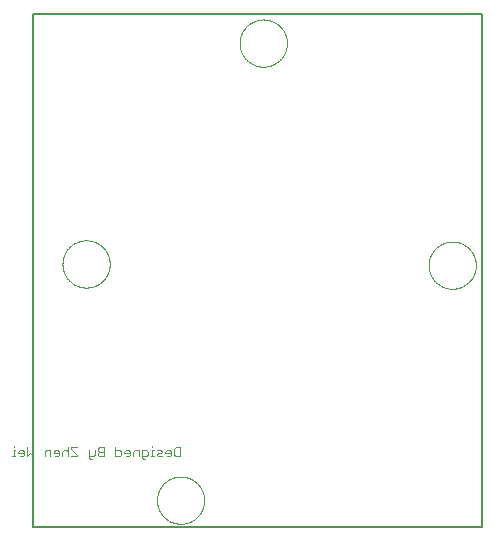
<source format=gbo>
G75*
%MOIN*%
%OFA0B0*%
%FSLAX25Y25*%
%IPPOS*%
%LPD*%
%AMOC8*
5,1,8,0,0,1.08239X$1,22.5*
%
%ADD10C,0.00500*%
%ADD11C,0.00000*%
%ADD12C,0.00300*%
D10*
X0014113Y0032580D02*
X0014113Y0203840D01*
X0163719Y0203840D01*
X0163719Y0032580D01*
X0014113Y0032580D01*
D11*
X0055452Y0041635D02*
X0055454Y0041828D01*
X0055461Y0042021D01*
X0055473Y0042214D01*
X0055490Y0042407D01*
X0055511Y0042599D01*
X0055537Y0042790D01*
X0055568Y0042981D01*
X0055603Y0043171D01*
X0055643Y0043360D01*
X0055688Y0043548D01*
X0055737Y0043735D01*
X0055791Y0043921D01*
X0055849Y0044105D01*
X0055912Y0044288D01*
X0055980Y0044469D01*
X0056051Y0044648D01*
X0056128Y0044826D01*
X0056208Y0045002D01*
X0056293Y0045175D01*
X0056382Y0045347D01*
X0056475Y0045516D01*
X0056572Y0045683D01*
X0056674Y0045848D01*
X0056779Y0046010D01*
X0056888Y0046169D01*
X0057002Y0046326D01*
X0057119Y0046479D01*
X0057239Y0046630D01*
X0057364Y0046778D01*
X0057492Y0046923D01*
X0057623Y0047064D01*
X0057758Y0047203D01*
X0057897Y0047338D01*
X0058038Y0047469D01*
X0058183Y0047597D01*
X0058331Y0047722D01*
X0058482Y0047842D01*
X0058635Y0047959D01*
X0058792Y0048073D01*
X0058951Y0048182D01*
X0059113Y0048287D01*
X0059278Y0048389D01*
X0059445Y0048486D01*
X0059614Y0048579D01*
X0059786Y0048668D01*
X0059959Y0048753D01*
X0060135Y0048833D01*
X0060313Y0048910D01*
X0060492Y0048981D01*
X0060673Y0049049D01*
X0060856Y0049112D01*
X0061040Y0049170D01*
X0061226Y0049224D01*
X0061413Y0049273D01*
X0061601Y0049318D01*
X0061790Y0049358D01*
X0061980Y0049393D01*
X0062171Y0049424D01*
X0062362Y0049450D01*
X0062554Y0049471D01*
X0062747Y0049488D01*
X0062940Y0049500D01*
X0063133Y0049507D01*
X0063326Y0049509D01*
X0063519Y0049507D01*
X0063712Y0049500D01*
X0063905Y0049488D01*
X0064098Y0049471D01*
X0064290Y0049450D01*
X0064481Y0049424D01*
X0064672Y0049393D01*
X0064862Y0049358D01*
X0065051Y0049318D01*
X0065239Y0049273D01*
X0065426Y0049224D01*
X0065612Y0049170D01*
X0065796Y0049112D01*
X0065979Y0049049D01*
X0066160Y0048981D01*
X0066339Y0048910D01*
X0066517Y0048833D01*
X0066693Y0048753D01*
X0066866Y0048668D01*
X0067038Y0048579D01*
X0067207Y0048486D01*
X0067374Y0048389D01*
X0067539Y0048287D01*
X0067701Y0048182D01*
X0067860Y0048073D01*
X0068017Y0047959D01*
X0068170Y0047842D01*
X0068321Y0047722D01*
X0068469Y0047597D01*
X0068614Y0047469D01*
X0068755Y0047338D01*
X0068894Y0047203D01*
X0069029Y0047064D01*
X0069160Y0046923D01*
X0069288Y0046778D01*
X0069413Y0046630D01*
X0069533Y0046479D01*
X0069650Y0046326D01*
X0069764Y0046169D01*
X0069873Y0046010D01*
X0069978Y0045848D01*
X0070080Y0045683D01*
X0070177Y0045516D01*
X0070270Y0045347D01*
X0070359Y0045175D01*
X0070444Y0045002D01*
X0070524Y0044826D01*
X0070601Y0044648D01*
X0070672Y0044469D01*
X0070740Y0044288D01*
X0070803Y0044105D01*
X0070861Y0043921D01*
X0070915Y0043735D01*
X0070964Y0043548D01*
X0071009Y0043360D01*
X0071049Y0043171D01*
X0071084Y0042981D01*
X0071115Y0042790D01*
X0071141Y0042599D01*
X0071162Y0042407D01*
X0071179Y0042214D01*
X0071191Y0042021D01*
X0071198Y0041828D01*
X0071200Y0041635D01*
X0071198Y0041442D01*
X0071191Y0041249D01*
X0071179Y0041056D01*
X0071162Y0040863D01*
X0071141Y0040671D01*
X0071115Y0040480D01*
X0071084Y0040289D01*
X0071049Y0040099D01*
X0071009Y0039910D01*
X0070964Y0039722D01*
X0070915Y0039535D01*
X0070861Y0039349D01*
X0070803Y0039165D01*
X0070740Y0038982D01*
X0070672Y0038801D01*
X0070601Y0038622D01*
X0070524Y0038444D01*
X0070444Y0038268D01*
X0070359Y0038095D01*
X0070270Y0037923D01*
X0070177Y0037754D01*
X0070080Y0037587D01*
X0069978Y0037422D01*
X0069873Y0037260D01*
X0069764Y0037101D01*
X0069650Y0036944D01*
X0069533Y0036791D01*
X0069413Y0036640D01*
X0069288Y0036492D01*
X0069160Y0036347D01*
X0069029Y0036206D01*
X0068894Y0036067D01*
X0068755Y0035932D01*
X0068614Y0035801D01*
X0068469Y0035673D01*
X0068321Y0035548D01*
X0068170Y0035428D01*
X0068017Y0035311D01*
X0067860Y0035197D01*
X0067701Y0035088D01*
X0067539Y0034983D01*
X0067374Y0034881D01*
X0067207Y0034784D01*
X0067038Y0034691D01*
X0066866Y0034602D01*
X0066693Y0034517D01*
X0066517Y0034437D01*
X0066339Y0034360D01*
X0066160Y0034289D01*
X0065979Y0034221D01*
X0065796Y0034158D01*
X0065612Y0034100D01*
X0065426Y0034046D01*
X0065239Y0033997D01*
X0065051Y0033952D01*
X0064862Y0033912D01*
X0064672Y0033877D01*
X0064481Y0033846D01*
X0064290Y0033820D01*
X0064098Y0033799D01*
X0063905Y0033782D01*
X0063712Y0033770D01*
X0063519Y0033763D01*
X0063326Y0033761D01*
X0063133Y0033763D01*
X0062940Y0033770D01*
X0062747Y0033782D01*
X0062554Y0033799D01*
X0062362Y0033820D01*
X0062171Y0033846D01*
X0061980Y0033877D01*
X0061790Y0033912D01*
X0061601Y0033952D01*
X0061413Y0033997D01*
X0061226Y0034046D01*
X0061040Y0034100D01*
X0060856Y0034158D01*
X0060673Y0034221D01*
X0060492Y0034289D01*
X0060313Y0034360D01*
X0060135Y0034437D01*
X0059959Y0034517D01*
X0059786Y0034602D01*
X0059614Y0034691D01*
X0059445Y0034784D01*
X0059278Y0034881D01*
X0059113Y0034983D01*
X0058951Y0035088D01*
X0058792Y0035197D01*
X0058635Y0035311D01*
X0058482Y0035428D01*
X0058331Y0035548D01*
X0058183Y0035673D01*
X0058038Y0035801D01*
X0057897Y0035932D01*
X0057758Y0036067D01*
X0057623Y0036206D01*
X0057492Y0036347D01*
X0057364Y0036492D01*
X0057239Y0036640D01*
X0057119Y0036791D01*
X0057002Y0036944D01*
X0056888Y0037101D01*
X0056779Y0037260D01*
X0056674Y0037422D01*
X0056572Y0037587D01*
X0056475Y0037754D01*
X0056382Y0037923D01*
X0056293Y0038095D01*
X0056208Y0038268D01*
X0056128Y0038444D01*
X0056051Y0038622D01*
X0055980Y0038801D01*
X0055912Y0038982D01*
X0055849Y0039165D01*
X0055791Y0039349D01*
X0055737Y0039535D01*
X0055688Y0039722D01*
X0055643Y0039910D01*
X0055603Y0040099D01*
X0055568Y0040289D01*
X0055537Y0040480D01*
X0055511Y0040671D01*
X0055490Y0040863D01*
X0055473Y0041056D01*
X0055461Y0041249D01*
X0055454Y0041442D01*
X0055452Y0041635D01*
X0023956Y0120376D02*
X0023958Y0120569D01*
X0023965Y0120762D01*
X0023977Y0120955D01*
X0023994Y0121148D01*
X0024015Y0121340D01*
X0024041Y0121531D01*
X0024072Y0121722D01*
X0024107Y0121912D01*
X0024147Y0122101D01*
X0024192Y0122289D01*
X0024241Y0122476D01*
X0024295Y0122662D01*
X0024353Y0122846D01*
X0024416Y0123029D01*
X0024484Y0123210D01*
X0024555Y0123389D01*
X0024632Y0123567D01*
X0024712Y0123743D01*
X0024797Y0123916D01*
X0024886Y0124088D01*
X0024979Y0124257D01*
X0025076Y0124424D01*
X0025178Y0124589D01*
X0025283Y0124751D01*
X0025392Y0124910D01*
X0025506Y0125067D01*
X0025623Y0125220D01*
X0025743Y0125371D01*
X0025868Y0125519D01*
X0025996Y0125664D01*
X0026127Y0125805D01*
X0026262Y0125944D01*
X0026401Y0126079D01*
X0026542Y0126210D01*
X0026687Y0126338D01*
X0026835Y0126463D01*
X0026986Y0126583D01*
X0027139Y0126700D01*
X0027296Y0126814D01*
X0027455Y0126923D01*
X0027617Y0127028D01*
X0027782Y0127130D01*
X0027949Y0127227D01*
X0028118Y0127320D01*
X0028290Y0127409D01*
X0028463Y0127494D01*
X0028639Y0127574D01*
X0028817Y0127651D01*
X0028996Y0127722D01*
X0029177Y0127790D01*
X0029360Y0127853D01*
X0029544Y0127911D01*
X0029730Y0127965D01*
X0029917Y0128014D01*
X0030105Y0128059D01*
X0030294Y0128099D01*
X0030484Y0128134D01*
X0030675Y0128165D01*
X0030866Y0128191D01*
X0031058Y0128212D01*
X0031251Y0128229D01*
X0031444Y0128241D01*
X0031637Y0128248D01*
X0031830Y0128250D01*
X0032023Y0128248D01*
X0032216Y0128241D01*
X0032409Y0128229D01*
X0032602Y0128212D01*
X0032794Y0128191D01*
X0032985Y0128165D01*
X0033176Y0128134D01*
X0033366Y0128099D01*
X0033555Y0128059D01*
X0033743Y0128014D01*
X0033930Y0127965D01*
X0034116Y0127911D01*
X0034300Y0127853D01*
X0034483Y0127790D01*
X0034664Y0127722D01*
X0034843Y0127651D01*
X0035021Y0127574D01*
X0035197Y0127494D01*
X0035370Y0127409D01*
X0035542Y0127320D01*
X0035711Y0127227D01*
X0035878Y0127130D01*
X0036043Y0127028D01*
X0036205Y0126923D01*
X0036364Y0126814D01*
X0036521Y0126700D01*
X0036674Y0126583D01*
X0036825Y0126463D01*
X0036973Y0126338D01*
X0037118Y0126210D01*
X0037259Y0126079D01*
X0037398Y0125944D01*
X0037533Y0125805D01*
X0037664Y0125664D01*
X0037792Y0125519D01*
X0037917Y0125371D01*
X0038037Y0125220D01*
X0038154Y0125067D01*
X0038268Y0124910D01*
X0038377Y0124751D01*
X0038482Y0124589D01*
X0038584Y0124424D01*
X0038681Y0124257D01*
X0038774Y0124088D01*
X0038863Y0123916D01*
X0038948Y0123743D01*
X0039028Y0123567D01*
X0039105Y0123389D01*
X0039176Y0123210D01*
X0039244Y0123029D01*
X0039307Y0122846D01*
X0039365Y0122662D01*
X0039419Y0122476D01*
X0039468Y0122289D01*
X0039513Y0122101D01*
X0039553Y0121912D01*
X0039588Y0121722D01*
X0039619Y0121531D01*
X0039645Y0121340D01*
X0039666Y0121148D01*
X0039683Y0120955D01*
X0039695Y0120762D01*
X0039702Y0120569D01*
X0039704Y0120376D01*
X0039702Y0120183D01*
X0039695Y0119990D01*
X0039683Y0119797D01*
X0039666Y0119604D01*
X0039645Y0119412D01*
X0039619Y0119221D01*
X0039588Y0119030D01*
X0039553Y0118840D01*
X0039513Y0118651D01*
X0039468Y0118463D01*
X0039419Y0118276D01*
X0039365Y0118090D01*
X0039307Y0117906D01*
X0039244Y0117723D01*
X0039176Y0117542D01*
X0039105Y0117363D01*
X0039028Y0117185D01*
X0038948Y0117009D01*
X0038863Y0116836D01*
X0038774Y0116664D01*
X0038681Y0116495D01*
X0038584Y0116328D01*
X0038482Y0116163D01*
X0038377Y0116001D01*
X0038268Y0115842D01*
X0038154Y0115685D01*
X0038037Y0115532D01*
X0037917Y0115381D01*
X0037792Y0115233D01*
X0037664Y0115088D01*
X0037533Y0114947D01*
X0037398Y0114808D01*
X0037259Y0114673D01*
X0037118Y0114542D01*
X0036973Y0114414D01*
X0036825Y0114289D01*
X0036674Y0114169D01*
X0036521Y0114052D01*
X0036364Y0113938D01*
X0036205Y0113829D01*
X0036043Y0113724D01*
X0035878Y0113622D01*
X0035711Y0113525D01*
X0035542Y0113432D01*
X0035370Y0113343D01*
X0035197Y0113258D01*
X0035021Y0113178D01*
X0034843Y0113101D01*
X0034664Y0113030D01*
X0034483Y0112962D01*
X0034300Y0112899D01*
X0034116Y0112841D01*
X0033930Y0112787D01*
X0033743Y0112738D01*
X0033555Y0112693D01*
X0033366Y0112653D01*
X0033176Y0112618D01*
X0032985Y0112587D01*
X0032794Y0112561D01*
X0032602Y0112540D01*
X0032409Y0112523D01*
X0032216Y0112511D01*
X0032023Y0112504D01*
X0031830Y0112502D01*
X0031637Y0112504D01*
X0031444Y0112511D01*
X0031251Y0112523D01*
X0031058Y0112540D01*
X0030866Y0112561D01*
X0030675Y0112587D01*
X0030484Y0112618D01*
X0030294Y0112653D01*
X0030105Y0112693D01*
X0029917Y0112738D01*
X0029730Y0112787D01*
X0029544Y0112841D01*
X0029360Y0112899D01*
X0029177Y0112962D01*
X0028996Y0113030D01*
X0028817Y0113101D01*
X0028639Y0113178D01*
X0028463Y0113258D01*
X0028290Y0113343D01*
X0028118Y0113432D01*
X0027949Y0113525D01*
X0027782Y0113622D01*
X0027617Y0113724D01*
X0027455Y0113829D01*
X0027296Y0113938D01*
X0027139Y0114052D01*
X0026986Y0114169D01*
X0026835Y0114289D01*
X0026687Y0114414D01*
X0026542Y0114542D01*
X0026401Y0114673D01*
X0026262Y0114808D01*
X0026127Y0114947D01*
X0025996Y0115088D01*
X0025868Y0115233D01*
X0025743Y0115381D01*
X0025623Y0115532D01*
X0025506Y0115685D01*
X0025392Y0115842D01*
X0025283Y0116001D01*
X0025178Y0116163D01*
X0025076Y0116328D01*
X0024979Y0116495D01*
X0024886Y0116664D01*
X0024797Y0116836D01*
X0024712Y0117009D01*
X0024632Y0117185D01*
X0024555Y0117363D01*
X0024484Y0117542D01*
X0024416Y0117723D01*
X0024353Y0117906D01*
X0024295Y0118090D01*
X0024241Y0118276D01*
X0024192Y0118463D01*
X0024147Y0118651D01*
X0024107Y0118840D01*
X0024072Y0119030D01*
X0024041Y0119221D01*
X0024015Y0119412D01*
X0023994Y0119604D01*
X0023977Y0119797D01*
X0023965Y0119990D01*
X0023958Y0120183D01*
X0023956Y0120376D01*
X0083011Y0193998D02*
X0083013Y0194191D01*
X0083020Y0194384D01*
X0083032Y0194577D01*
X0083049Y0194770D01*
X0083070Y0194962D01*
X0083096Y0195153D01*
X0083127Y0195344D01*
X0083162Y0195534D01*
X0083202Y0195723D01*
X0083247Y0195911D01*
X0083296Y0196098D01*
X0083350Y0196284D01*
X0083408Y0196468D01*
X0083471Y0196651D01*
X0083539Y0196832D01*
X0083610Y0197011D01*
X0083687Y0197189D01*
X0083767Y0197365D01*
X0083852Y0197538D01*
X0083941Y0197710D01*
X0084034Y0197879D01*
X0084131Y0198046D01*
X0084233Y0198211D01*
X0084338Y0198373D01*
X0084447Y0198532D01*
X0084561Y0198689D01*
X0084678Y0198842D01*
X0084798Y0198993D01*
X0084923Y0199141D01*
X0085051Y0199286D01*
X0085182Y0199427D01*
X0085317Y0199566D01*
X0085456Y0199701D01*
X0085597Y0199832D01*
X0085742Y0199960D01*
X0085890Y0200085D01*
X0086041Y0200205D01*
X0086194Y0200322D01*
X0086351Y0200436D01*
X0086510Y0200545D01*
X0086672Y0200650D01*
X0086837Y0200752D01*
X0087004Y0200849D01*
X0087173Y0200942D01*
X0087345Y0201031D01*
X0087518Y0201116D01*
X0087694Y0201196D01*
X0087872Y0201273D01*
X0088051Y0201344D01*
X0088232Y0201412D01*
X0088415Y0201475D01*
X0088599Y0201533D01*
X0088785Y0201587D01*
X0088972Y0201636D01*
X0089160Y0201681D01*
X0089349Y0201721D01*
X0089539Y0201756D01*
X0089730Y0201787D01*
X0089921Y0201813D01*
X0090113Y0201834D01*
X0090306Y0201851D01*
X0090499Y0201863D01*
X0090692Y0201870D01*
X0090885Y0201872D01*
X0091078Y0201870D01*
X0091271Y0201863D01*
X0091464Y0201851D01*
X0091657Y0201834D01*
X0091849Y0201813D01*
X0092040Y0201787D01*
X0092231Y0201756D01*
X0092421Y0201721D01*
X0092610Y0201681D01*
X0092798Y0201636D01*
X0092985Y0201587D01*
X0093171Y0201533D01*
X0093355Y0201475D01*
X0093538Y0201412D01*
X0093719Y0201344D01*
X0093898Y0201273D01*
X0094076Y0201196D01*
X0094252Y0201116D01*
X0094425Y0201031D01*
X0094597Y0200942D01*
X0094766Y0200849D01*
X0094933Y0200752D01*
X0095098Y0200650D01*
X0095260Y0200545D01*
X0095419Y0200436D01*
X0095576Y0200322D01*
X0095729Y0200205D01*
X0095880Y0200085D01*
X0096028Y0199960D01*
X0096173Y0199832D01*
X0096314Y0199701D01*
X0096453Y0199566D01*
X0096588Y0199427D01*
X0096719Y0199286D01*
X0096847Y0199141D01*
X0096972Y0198993D01*
X0097092Y0198842D01*
X0097209Y0198689D01*
X0097323Y0198532D01*
X0097432Y0198373D01*
X0097537Y0198211D01*
X0097639Y0198046D01*
X0097736Y0197879D01*
X0097829Y0197710D01*
X0097918Y0197538D01*
X0098003Y0197365D01*
X0098083Y0197189D01*
X0098160Y0197011D01*
X0098231Y0196832D01*
X0098299Y0196651D01*
X0098362Y0196468D01*
X0098420Y0196284D01*
X0098474Y0196098D01*
X0098523Y0195911D01*
X0098568Y0195723D01*
X0098608Y0195534D01*
X0098643Y0195344D01*
X0098674Y0195153D01*
X0098700Y0194962D01*
X0098721Y0194770D01*
X0098738Y0194577D01*
X0098750Y0194384D01*
X0098757Y0194191D01*
X0098759Y0193998D01*
X0098757Y0193805D01*
X0098750Y0193612D01*
X0098738Y0193419D01*
X0098721Y0193226D01*
X0098700Y0193034D01*
X0098674Y0192843D01*
X0098643Y0192652D01*
X0098608Y0192462D01*
X0098568Y0192273D01*
X0098523Y0192085D01*
X0098474Y0191898D01*
X0098420Y0191712D01*
X0098362Y0191528D01*
X0098299Y0191345D01*
X0098231Y0191164D01*
X0098160Y0190985D01*
X0098083Y0190807D01*
X0098003Y0190631D01*
X0097918Y0190458D01*
X0097829Y0190286D01*
X0097736Y0190117D01*
X0097639Y0189950D01*
X0097537Y0189785D01*
X0097432Y0189623D01*
X0097323Y0189464D01*
X0097209Y0189307D01*
X0097092Y0189154D01*
X0096972Y0189003D01*
X0096847Y0188855D01*
X0096719Y0188710D01*
X0096588Y0188569D01*
X0096453Y0188430D01*
X0096314Y0188295D01*
X0096173Y0188164D01*
X0096028Y0188036D01*
X0095880Y0187911D01*
X0095729Y0187791D01*
X0095576Y0187674D01*
X0095419Y0187560D01*
X0095260Y0187451D01*
X0095098Y0187346D01*
X0094933Y0187244D01*
X0094766Y0187147D01*
X0094597Y0187054D01*
X0094425Y0186965D01*
X0094252Y0186880D01*
X0094076Y0186800D01*
X0093898Y0186723D01*
X0093719Y0186652D01*
X0093538Y0186584D01*
X0093355Y0186521D01*
X0093171Y0186463D01*
X0092985Y0186409D01*
X0092798Y0186360D01*
X0092610Y0186315D01*
X0092421Y0186275D01*
X0092231Y0186240D01*
X0092040Y0186209D01*
X0091849Y0186183D01*
X0091657Y0186162D01*
X0091464Y0186145D01*
X0091271Y0186133D01*
X0091078Y0186126D01*
X0090885Y0186124D01*
X0090692Y0186126D01*
X0090499Y0186133D01*
X0090306Y0186145D01*
X0090113Y0186162D01*
X0089921Y0186183D01*
X0089730Y0186209D01*
X0089539Y0186240D01*
X0089349Y0186275D01*
X0089160Y0186315D01*
X0088972Y0186360D01*
X0088785Y0186409D01*
X0088599Y0186463D01*
X0088415Y0186521D01*
X0088232Y0186584D01*
X0088051Y0186652D01*
X0087872Y0186723D01*
X0087694Y0186800D01*
X0087518Y0186880D01*
X0087345Y0186965D01*
X0087173Y0187054D01*
X0087004Y0187147D01*
X0086837Y0187244D01*
X0086672Y0187346D01*
X0086510Y0187451D01*
X0086351Y0187560D01*
X0086194Y0187674D01*
X0086041Y0187791D01*
X0085890Y0187911D01*
X0085742Y0188036D01*
X0085597Y0188164D01*
X0085456Y0188295D01*
X0085317Y0188430D01*
X0085182Y0188569D01*
X0085051Y0188710D01*
X0084923Y0188855D01*
X0084798Y0189003D01*
X0084678Y0189154D01*
X0084561Y0189307D01*
X0084447Y0189464D01*
X0084338Y0189623D01*
X0084233Y0189785D01*
X0084131Y0189950D01*
X0084034Y0190117D01*
X0083941Y0190286D01*
X0083852Y0190458D01*
X0083767Y0190631D01*
X0083687Y0190807D01*
X0083610Y0190985D01*
X0083539Y0191164D01*
X0083471Y0191345D01*
X0083408Y0191528D01*
X0083350Y0191712D01*
X0083296Y0191898D01*
X0083247Y0192085D01*
X0083202Y0192273D01*
X0083162Y0192462D01*
X0083127Y0192652D01*
X0083096Y0192843D01*
X0083070Y0193034D01*
X0083049Y0193226D01*
X0083032Y0193419D01*
X0083020Y0193612D01*
X0083013Y0193805D01*
X0083011Y0193998D01*
X0146003Y0119982D02*
X0146005Y0120175D01*
X0146012Y0120368D01*
X0146024Y0120561D01*
X0146041Y0120754D01*
X0146062Y0120946D01*
X0146088Y0121137D01*
X0146119Y0121328D01*
X0146154Y0121518D01*
X0146194Y0121707D01*
X0146239Y0121895D01*
X0146288Y0122082D01*
X0146342Y0122268D01*
X0146400Y0122452D01*
X0146463Y0122635D01*
X0146531Y0122816D01*
X0146602Y0122995D01*
X0146679Y0123173D01*
X0146759Y0123349D01*
X0146844Y0123522D01*
X0146933Y0123694D01*
X0147026Y0123863D01*
X0147123Y0124030D01*
X0147225Y0124195D01*
X0147330Y0124357D01*
X0147439Y0124516D01*
X0147553Y0124673D01*
X0147670Y0124826D01*
X0147790Y0124977D01*
X0147915Y0125125D01*
X0148043Y0125270D01*
X0148174Y0125411D01*
X0148309Y0125550D01*
X0148448Y0125685D01*
X0148589Y0125816D01*
X0148734Y0125944D01*
X0148882Y0126069D01*
X0149033Y0126189D01*
X0149186Y0126306D01*
X0149343Y0126420D01*
X0149502Y0126529D01*
X0149664Y0126634D01*
X0149829Y0126736D01*
X0149996Y0126833D01*
X0150165Y0126926D01*
X0150337Y0127015D01*
X0150510Y0127100D01*
X0150686Y0127180D01*
X0150864Y0127257D01*
X0151043Y0127328D01*
X0151224Y0127396D01*
X0151407Y0127459D01*
X0151591Y0127517D01*
X0151777Y0127571D01*
X0151964Y0127620D01*
X0152152Y0127665D01*
X0152341Y0127705D01*
X0152531Y0127740D01*
X0152722Y0127771D01*
X0152913Y0127797D01*
X0153105Y0127818D01*
X0153298Y0127835D01*
X0153491Y0127847D01*
X0153684Y0127854D01*
X0153877Y0127856D01*
X0154070Y0127854D01*
X0154263Y0127847D01*
X0154456Y0127835D01*
X0154649Y0127818D01*
X0154841Y0127797D01*
X0155032Y0127771D01*
X0155223Y0127740D01*
X0155413Y0127705D01*
X0155602Y0127665D01*
X0155790Y0127620D01*
X0155977Y0127571D01*
X0156163Y0127517D01*
X0156347Y0127459D01*
X0156530Y0127396D01*
X0156711Y0127328D01*
X0156890Y0127257D01*
X0157068Y0127180D01*
X0157244Y0127100D01*
X0157417Y0127015D01*
X0157589Y0126926D01*
X0157758Y0126833D01*
X0157925Y0126736D01*
X0158090Y0126634D01*
X0158252Y0126529D01*
X0158411Y0126420D01*
X0158568Y0126306D01*
X0158721Y0126189D01*
X0158872Y0126069D01*
X0159020Y0125944D01*
X0159165Y0125816D01*
X0159306Y0125685D01*
X0159445Y0125550D01*
X0159580Y0125411D01*
X0159711Y0125270D01*
X0159839Y0125125D01*
X0159964Y0124977D01*
X0160084Y0124826D01*
X0160201Y0124673D01*
X0160315Y0124516D01*
X0160424Y0124357D01*
X0160529Y0124195D01*
X0160631Y0124030D01*
X0160728Y0123863D01*
X0160821Y0123694D01*
X0160910Y0123522D01*
X0160995Y0123349D01*
X0161075Y0123173D01*
X0161152Y0122995D01*
X0161223Y0122816D01*
X0161291Y0122635D01*
X0161354Y0122452D01*
X0161412Y0122268D01*
X0161466Y0122082D01*
X0161515Y0121895D01*
X0161560Y0121707D01*
X0161600Y0121518D01*
X0161635Y0121328D01*
X0161666Y0121137D01*
X0161692Y0120946D01*
X0161713Y0120754D01*
X0161730Y0120561D01*
X0161742Y0120368D01*
X0161749Y0120175D01*
X0161751Y0119982D01*
X0161749Y0119789D01*
X0161742Y0119596D01*
X0161730Y0119403D01*
X0161713Y0119210D01*
X0161692Y0119018D01*
X0161666Y0118827D01*
X0161635Y0118636D01*
X0161600Y0118446D01*
X0161560Y0118257D01*
X0161515Y0118069D01*
X0161466Y0117882D01*
X0161412Y0117696D01*
X0161354Y0117512D01*
X0161291Y0117329D01*
X0161223Y0117148D01*
X0161152Y0116969D01*
X0161075Y0116791D01*
X0160995Y0116615D01*
X0160910Y0116442D01*
X0160821Y0116270D01*
X0160728Y0116101D01*
X0160631Y0115934D01*
X0160529Y0115769D01*
X0160424Y0115607D01*
X0160315Y0115448D01*
X0160201Y0115291D01*
X0160084Y0115138D01*
X0159964Y0114987D01*
X0159839Y0114839D01*
X0159711Y0114694D01*
X0159580Y0114553D01*
X0159445Y0114414D01*
X0159306Y0114279D01*
X0159165Y0114148D01*
X0159020Y0114020D01*
X0158872Y0113895D01*
X0158721Y0113775D01*
X0158568Y0113658D01*
X0158411Y0113544D01*
X0158252Y0113435D01*
X0158090Y0113330D01*
X0157925Y0113228D01*
X0157758Y0113131D01*
X0157589Y0113038D01*
X0157417Y0112949D01*
X0157244Y0112864D01*
X0157068Y0112784D01*
X0156890Y0112707D01*
X0156711Y0112636D01*
X0156530Y0112568D01*
X0156347Y0112505D01*
X0156163Y0112447D01*
X0155977Y0112393D01*
X0155790Y0112344D01*
X0155602Y0112299D01*
X0155413Y0112259D01*
X0155223Y0112224D01*
X0155032Y0112193D01*
X0154841Y0112167D01*
X0154649Y0112146D01*
X0154456Y0112129D01*
X0154263Y0112117D01*
X0154070Y0112110D01*
X0153877Y0112108D01*
X0153684Y0112110D01*
X0153491Y0112117D01*
X0153298Y0112129D01*
X0153105Y0112146D01*
X0152913Y0112167D01*
X0152722Y0112193D01*
X0152531Y0112224D01*
X0152341Y0112259D01*
X0152152Y0112299D01*
X0151964Y0112344D01*
X0151777Y0112393D01*
X0151591Y0112447D01*
X0151407Y0112505D01*
X0151224Y0112568D01*
X0151043Y0112636D01*
X0150864Y0112707D01*
X0150686Y0112784D01*
X0150510Y0112864D01*
X0150337Y0112949D01*
X0150165Y0113038D01*
X0149996Y0113131D01*
X0149829Y0113228D01*
X0149664Y0113330D01*
X0149502Y0113435D01*
X0149343Y0113544D01*
X0149186Y0113658D01*
X0149033Y0113775D01*
X0148882Y0113895D01*
X0148734Y0114020D01*
X0148589Y0114148D01*
X0148448Y0114279D01*
X0148309Y0114414D01*
X0148174Y0114553D01*
X0148043Y0114694D01*
X0147915Y0114839D01*
X0147790Y0114987D01*
X0147670Y0115138D01*
X0147553Y0115291D01*
X0147439Y0115448D01*
X0147330Y0115607D01*
X0147225Y0115769D01*
X0147123Y0115934D01*
X0147026Y0116101D01*
X0146933Y0116270D01*
X0146844Y0116442D01*
X0146759Y0116615D01*
X0146679Y0116791D01*
X0146602Y0116969D01*
X0146531Y0117148D01*
X0146463Y0117329D01*
X0146400Y0117512D01*
X0146342Y0117696D01*
X0146288Y0117882D01*
X0146239Y0118069D01*
X0146194Y0118257D01*
X0146154Y0118446D01*
X0146119Y0118636D01*
X0146088Y0118827D01*
X0146062Y0119018D01*
X0146041Y0119210D01*
X0146024Y0119403D01*
X0146012Y0119596D01*
X0146005Y0119789D01*
X0146003Y0119982D01*
D12*
X0063176Y0059255D02*
X0063176Y0056352D01*
X0061724Y0056352D01*
X0061241Y0056836D01*
X0061241Y0058771D01*
X0061724Y0059255D01*
X0063176Y0059255D01*
X0060229Y0057804D02*
X0059745Y0058287D01*
X0058778Y0058287D01*
X0058294Y0057804D01*
X0058294Y0057320D01*
X0060229Y0057320D01*
X0060229Y0056836D02*
X0060229Y0057804D01*
X0060229Y0056836D02*
X0059745Y0056352D01*
X0058778Y0056352D01*
X0057283Y0056352D02*
X0055831Y0056352D01*
X0055348Y0056836D01*
X0055831Y0057320D01*
X0056799Y0057320D01*
X0057283Y0057804D01*
X0056799Y0058287D01*
X0055348Y0058287D01*
X0054336Y0058287D02*
X0053852Y0058287D01*
X0053852Y0056352D01*
X0053369Y0056352D02*
X0054336Y0056352D01*
X0052372Y0056836D02*
X0051888Y0056352D01*
X0050437Y0056352D01*
X0050437Y0055869D02*
X0050437Y0058287D01*
X0051888Y0058287D01*
X0052372Y0057804D01*
X0052372Y0056836D01*
X0051404Y0055385D02*
X0050920Y0055385D01*
X0050437Y0055869D01*
X0049425Y0056352D02*
X0049425Y0058287D01*
X0047974Y0058287D01*
X0047490Y0057804D01*
X0047490Y0056352D01*
X0046479Y0056836D02*
X0046479Y0057804D01*
X0045995Y0058287D01*
X0045027Y0058287D01*
X0044544Y0057804D01*
X0044544Y0057320D01*
X0046479Y0057320D01*
X0046479Y0056836D02*
X0045995Y0056352D01*
X0045027Y0056352D01*
X0043532Y0056836D02*
X0043532Y0057804D01*
X0043048Y0058287D01*
X0041597Y0058287D01*
X0041597Y0059255D02*
X0041597Y0056352D01*
X0043048Y0056352D01*
X0043532Y0056836D01*
X0037639Y0056352D02*
X0036188Y0056352D01*
X0035704Y0056836D01*
X0035704Y0057320D01*
X0036188Y0057804D01*
X0037639Y0057804D01*
X0037639Y0059255D02*
X0037639Y0056352D01*
X0036188Y0057804D02*
X0035704Y0058287D01*
X0035704Y0058771D01*
X0036188Y0059255D01*
X0037639Y0059255D01*
X0034693Y0058287D02*
X0034693Y0056836D01*
X0034209Y0056352D01*
X0032758Y0056352D01*
X0032758Y0055869D02*
X0033241Y0055385D01*
X0033725Y0055385D01*
X0032758Y0055869D02*
X0032758Y0058287D01*
X0028800Y0059255D02*
X0026865Y0059255D01*
X0026865Y0058771D01*
X0028800Y0056836D01*
X0028800Y0056352D01*
X0026865Y0056352D01*
X0025853Y0056352D02*
X0025853Y0059255D01*
X0025369Y0058287D02*
X0024402Y0058287D01*
X0023918Y0057804D01*
X0023918Y0056352D01*
X0022906Y0056836D02*
X0022906Y0057804D01*
X0022423Y0058287D01*
X0021455Y0058287D01*
X0020972Y0057804D01*
X0020972Y0057320D01*
X0022906Y0057320D01*
X0022906Y0056836D02*
X0022423Y0056352D01*
X0021455Y0056352D01*
X0019960Y0056352D02*
X0019960Y0058287D01*
X0018509Y0058287D01*
X0018025Y0057804D01*
X0018025Y0056352D01*
X0014067Y0056352D02*
X0013099Y0057320D01*
X0012132Y0056352D01*
X0012132Y0059255D01*
X0011120Y0057804D02*
X0010637Y0058287D01*
X0009669Y0058287D01*
X0009185Y0057804D01*
X0009185Y0057320D01*
X0011120Y0057320D01*
X0011120Y0056836D02*
X0011120Y0057804D01*
X0011120Y0056836D02*
X0010637Y0056352D01*
X0009669Y0056352D01*
X0008174Y0056352D02*
X0007206Y0056352D01*
X0007690Y0056352D02*
X0007690Y0058287D01*
X0008174Y0058287D01*
X0007690Y0059255D02*
X0007690Y0059739D01*
X0014067Y0059255D02*
X0014067Y0056352D01*
X0025369Y0058287D02*
X0025853Y0057804D01*
X0053852Y0059255D02*
X0053852Y0059739D01*
M02*

</source>
